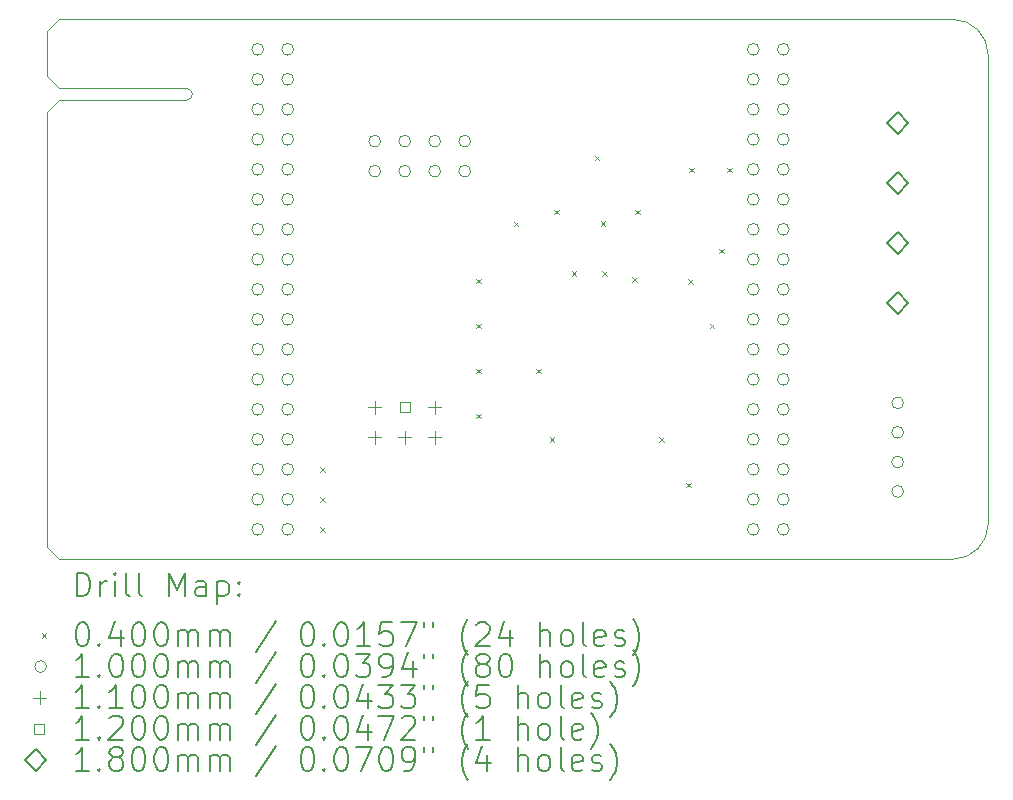
<source format=gbr>
%FSLAX45Y45*%
G04 Gerber Fmt 4.5, Leading zero omitted, Abs format (unit mm)*
G04 Created by KiCad (PCBNEW (6.0.5)) date 2023-02-06 04:07:20*
%MOMM*%
%LPD*%
G01*
G04 APERTURE LIST*
%TA.AperFunction,Profile*%
%ADD10C,0.100000*%
%TD*%
%ADD11C,0.200000*%
%ADD12C,0.040000*%
%ADD13C,0.100000*%
%ADD14C,0.110000*%
%ADD15C,0.120000*%
%ADD16C,0.180000*%
G04 APERTURE END LIST*
D10*
X8578520Y-6368250D02*
G75*
G03*
X8578520Y-6268250I0J50000D01*
G01*
X8578520Y-6368250D02*
X7499700Y-6368250D01*
X7499700Y-6268250D02*
X8578520Y-6268250D01*
X7398100Y-6469850D02*
X7398100Y-10152650D01*
X8305800Y-5684250D02*
X7499700Y-5684250D01*
X7398100Y-6166650D02*
X7499700Y-6268250D01*
X7810500Y-10254250D02*
X8394700Y-10254250D01*
X15067000Y-10254250D02*
G75*
G03*
X15367000Y-9954250I0J300000D01*
G01*
X7499700Y-6368250D02*
X7398100Y-6469850D01*
X8394700Y-10254250D02*
X15067000Y-10254250D01*
X7398100Y-10152650D02*
X7499700Y-10254250D01*
X15367000Y-5984250D02*
G75*
G03*
X15067000Y-5684250I-300000J0D01*
G01*
X7398100Y-5785850D02*
X7398100Y-6166650D01*
X15367000Y-9954250D02*
X15367000Y-5984250D01*
X7499700Y-10254250D02*
X7810500Y-10254250D01*
X7499700Y-5684250D02*
X7398100Y-5785850D01*
X8305800Y-5684250D02*
X15067000Y-5684250D01*
D11*
D12*
X9713280Y-9473250D02*
X9753280Y-9513250D01*
X9753280Y-9473250D02*
X9713280Y-9513250D01*
X9713280Y-9727250D02*
X9753280Y-9767250D01*
X9753280Y-9727250D02*
X9713280Y-9767250D01*
X9713280Y-9981250D02*
X9753280Y-10021250D01*
X9753280Y-9981250D02*
X9713280Y-10021250D01*
X11032200Y-7879400D02*
X11072200Y-7919400D01*
X11072200Y-7879400D02*
X11032200Y-7919400D01*
X11032200Y-8260000D02*
X11072200Y-8300000D01*
X11072200Y-8260000D02*
X11032200Y-8300000D01*
X11032200Y-8640000D02*
X11072200Y-8680000D01*
X11072200Y-8640000D02*
X11032200Y-8680000D01*
X11032200Y-9022400D02*
X11072200Y-9062400D01*
X11072200Y-9022400D02*
X11032200Y-9062400D01*
X11349040Y-7396800D02*
X11389040Y-7436800D01*
X11389040Y-7396800D02*
X11349040Y-7436800D01*
X11540200Y-8641400D02*
X11580200Y-8681400D01*
X11580200Y-8641400D02*
X11540200Y-8681400D01*
X11653840Y-9220520D02*
X11693840Y-9260520D01*
X11693840Y-9220520D02*
X11653840Y-9260520D01*
X11692600Y-7295200D02*
X11732600Y-7335200D01*
X11732600Y-7295200D02*
X11692600Y-7335200D01*
X11839920Y-7815900D02*
X11879920Y-7855900D01*
X11879920Y-7815900D02*
X11839920Y-7855900D01*
X12035500Y-6838000D02*
X12075500Y-6878000D01*
X12075500Y-6838000D02*
X12035500Y-6878000D01*
X12085640Y-7391720D02*
X12125640Y-7431720D01*
X12125640Y-7391720D02*
X12085640Y-7431720D01*
X12095800Y-7815900D02*
X12135800Y-7855900D01*
X12135800Y-7815900D02*
X12095800Y-7855900D01*
X12349800Y-7866700D02*
X12389800Y-7906700D01*
X12389800Y-7866700D02*
X12349800Y-7906700D01*
X12378400Y-7295200D02*
X12418400Y-7335200D01*
X12418400Y-7295200D02*
X12378400Y-7335200D01*
X12578400Y-9220520D02*
X12618400Y-9260520D01*
X12618400Y-9220520D02*
X12578400Y-9260520D01*
X12807000Y-9606600D02*
X12847000Y-9646600D01*
X12847000Y-9606600D02*
X12807000Y-9646600D01*
X12827320Y-7880650D02*
X12867320Y-7920650D01*
X12867320Y-7880650D02*
X12827320Y-7920650D01*
X12832400Y-6939600D02*
X12872400Y-6979600D01*
X12872400Y-6939600D02*
X12832400Y-6979600D01*
X13008651Y-8260400D02*
X13048651Y-8300400D01*
X13048651Y-8260400D02*
X13008651Y-8300400D01*
X13086400Y-7625400D02*
X13126400Y-7665400D01*
X13126400Y-7625400D02*
X13086400Y-7665400D01*
X13157520Y-6939600D02*
X13197520Y-6979600D01*
X13197520Y-6939600D02*
X13157520Y-6979600D01*
D13*
X9231600Y-5937250D02*
G75*
G03*
X9231600Y-5937250I-50000J0D01*
G01*
X9231600Y-6191250D02*
G75*
G03*
X9231600Y-6191250I-50000J0D01*
G01*
X9231600Y-6445250D02*
G75*
G03*
X9231600Y-6445250I-50000J0D01*
G01*
X9231600Y-6699250D02*
G75*
G03*
X9231600Y-6699250I-50000J0D01*
G01*
X9231600Y-6953250D02*
G75*
G03*
X9231600Y-6953250I-50000J0D01*
G01*
X9231600Y-7207250D02*
G75*
G03*
X9231600Y-7207250I-50000J0D01*
G01*
X9231600Y-7461250D02*
G75*
G03*
X9231600Y-7461250I-50000J0D01*
G01*
X9231600Y-7715250D02*
G75*
G03*
X9231600Y-7715250I-50000J0D01*
G01*
X9231600Y-7969250D02*
G75*
G03*
X9231600Y-7969250I-50000J0D01*
G01*
X9231600Y-8223250D02*
G75*
G03*
X9231600Y-8223250I-50000J0D01*
G01*
X9231600Y-8477250D02*
G75*
G03*
X9231600Y-8477250I-50000J0D01*
G01*
X9231600Y-8731250D02*
G75*
G03*
X9231600Y-8731250I-50000J0D01*
G01*
X9231600Y-8985250D02*
G75*
G03*
X9231600Y-8985250I-50000J0D01*
G01*
X9231600Y-9239250D02*
G75*
G03*
X9231600Y-9239250I-50000J0D01*
G01*
X9231600Y-9493250D02*
G75*
G03*
X9231600Y-9493250I-50000J0D01*
G01*
X9231600Y-9747250D02*
G75*
G03*
X9231600Y-9747250I-50000J0D01*
G01*
X9231600Y-10001250D02*
G75*
G03*
X9231600Y-10001250I-50000J0D01*
G01*
X9485600Y-5937250D02*
G75*
G03*
X9485600Y-5937250I-50000J0D01*
G01*
X9485600Y-6191250D02*
G75*
G03*
X9485600Y-6191250I-50000J0D01*
G01*
X9485600Y-6445250D02*
G75*
G03*
X9485600Y-6445250I-50000J0D01*
G01*
X9485600Y-6699250D02*
G75*
G03*
X9485600Y-6699250I-50000J0D01*
G01*
X9485600Y-6953250D02*
G75*
G03*
X9485600Y-6953250I-50000J0D01*
G01*
X9485600Y-7207250D02*
G75*
G03*
X9485600Y-7207250I-50000J0D01*
G01*
X9485600Y-7461250D02*
G75*
G03*
X9485600Y-7461250I-50000J0D01*
G01*
X9485600Y-7715250D02*
G75*
G03*
X9485600Y-7715250I-50000J0D01*
G01*
X9485600Y-7969250D02*
G75*
G03*
X9485600Y-7969250I-50000J0D01*
G01*
X9485600Y-8223250D02*
G75*
G03*
X9485600Y-8223250I-50000J0D01*
G01*
X9485600Y-8477250D02*
G75*
G03*
X9485600Y-8477250I-50000J0D01*
G01*
X9485600Y-8731250D02*
G75*
G03*
X9485600Y-8731250I-50000J0D01*
G01*
X9485600Y-8985250D02*
G75*
G03*
X9485600Y-8985250I-50000J0D01*
G01*
X9485600Y-9239250D02*
G75*
G03*
X9485600Y-9239250I-50000J0D01*
G01*
X9485600Y-9493250D02*
G75*
G03*
X9485600Y-9493250I-50000J0D01*
G01*
X9485600Y-9747250D02*
G75*
G03*
X9485600Y-9747250I-50000J0D01*
G01*
X9485600Y-10001250D02*
G75*
G03*
X9485600Y-10001250I-50000J0D01*
G01*
X10222200Y-6715000D02*
G75*
G03*
X10222200Y-6715000I-50000J0D01*
G01*
X10222200Y-6969000D02*
G75*
G03*
X10222200Y-6969000I-50000J0D01*
G01*
X10476200Y-6715000D02*
G75*
G03*
X10476200Y-6715000I-50000J0D01*
G01*
X10476200Y-6969000D02*
G75*
G03*
X10476200Y-6969000I-50000J0D01*
G01*
X10730200Y-6715000D02*
G75*
G03*
X10730200Y-6715000I-50000J0D01*
G01*
X10730200Y-6969000D02*
G75*
G03*
X10730200Y-6969000I-50000J0D01*
G01*
X10984200Y-6715000D02*
G75*
G03*
X10984200Y-6715000I-50000J0D01*
G01*
X10984200Y-6969000D02*
G75*
G03*
X10984200Y-6969000I-50000J0D01*
G01*
X13427100Y-5937250D02*
G75*
G03*
X13427100Y-5937250I-50000J0D01*
G01*
X13427100Y-6191250D02*
G75*
G03*
X13427100Y-6191250I-50000J0D01*
G01*
X13427100Y-6445250D02*
G75*
G03*
X13427100Y-6445250I-50000J0D01*
G01*
X13427100Y-6699250D02*
G75*
G03*
X13427100Y-6699250I-50000J0D01*
G01*
X13427100Y-6953250D02*
G75*
G03*
X13427100Y-6953250I-50000J0D01*
G01*
X13427100Y-7207250D02*
G75*
G03*
X13427100Y-7207250I-50000J0D01*
G01*
X13427100Y-7461250D02*
G75*
G03*
X13427100Y-7461250I-50000J0D01*
G01*
X13427100Y-7715250D02*
G75*
G03*
X13427100Y-7715250I-50000J0D01*
G01*
X13427100Y-7969250D02*
G75*
G03*
X13427100Y-7969250I-50000J0D01*
G01*
X13427100Y-8223250D02*
G75*
G03*
X13427100Y-8223250I-50000J0D01*
G01*
X13427100Y-8477250D02*
G75*
G03*
X13427100Y-8477250I-50000J0D01*
G01*
X13427100Y-8731250D02*
G75*
G03*
X13427100Y-8731250I-50000J0D01*
G01*
X13427100Y-8985250D02*
G75*
G03*
X13427100Y-8985250I-50000J0D01*
G01*
X13427100Y-9239250D02*
G75*
G03*
X13427100Y-9239250I-50000J0D01*
G01*
X13427100Y-9493250D02*
G75*
G03*
X13427100Y-9493250I-50000J0D01*
G01*
X13427100Y-9747250D02*
G75*
G03*
X13427100Y-9747250I-50000J0D01*
G01*
X13427100Y-10001250D02*
G75*
G03*
X13427100Y-10001250I-50000J0D01*
G01*
X13681100Y-5937250D02*
G75*
G03*
X13681100Y-5937250I-50000J0D01*
G01*
X13681100Y-6191250D02*
G75*
G03*
X13681100Y-6191250I-50000J0D01*
G01*
X13681100Y-6445250D02*
G75*
G03*
X13681100Y-6445250I-50000J0D01*
G01*
X13681100Y-6699250D02*
G75*
G03*
X13681100Y-6699250I-50000J0D01*
G01*
X13681100Y-6953250D02*
G75*
G03*
X13681100Y-6953250I-50000J0D01*
G01*
X13681100Y-7207250D02*
G75*
G03*
X13681100Y-7207250I-50000J0D01*
G01*
X13681100Y-7461250D02*
G75*
G03*
X13681100Y-7461250I-50000J0D01*
G01*
X13681100Y-7715250D02*
G75*
G03*
X13681100Y-7715250I-50000J0D01*
G01*
X13681100Y-7969250D02*
G75*
G03*
X13681100Y-7969250I-50000J0D01*
G01*
X13681100Y-8223250D02*
G75*
G03*
X13681100Y-8223250I-50000J0D01*
G01*
X13681100Y-8477250D02*
G75*
G03*
X13681100Y-8477250I-50000J0D01*
G01*
X13681100Y-8731250D02*
G75*
G03*
X13681100Y-8731250I-50000J0D01*
G01*
X13681100Y-8985250D02*
G75*
G03*
X13681100Y-8985250I-50000J0D01*
G01*
X13681100Y-9239250D02*
G75*
G03*
X13681100Y-9239250I-50000J0D01*
G01*
X13681100Y-9493250D02*
G75*
G03*
X13681100Y-9493250I-50000J0D01*
G01*
X13681100Y-9747250D02*
G75*
G03*
X13681100Y-9747250I-50000J0D01*
G01*
X13681100Y-10001250D02*
G75*
G03*
X13681100Y-10001250I-50000J0D01*
G01*
X14650000Y-8930750D02*
G75*
G03*
X14650000Y-8930750I-50000J0D01*
G01*
X14650000Y-9180750D02*
G75*
G03*
X14650000Y-9180750I-50000J0D01*
G01*
X14650000Y-9430750D02*
G75*
G03*
X14650000Y-9430750I-50000J0D01*
G01*
X14650000Y-9680750D02*
G75*
G03*
X14650000Y-9680750I-50000J0D01*
G01*
D14*
X10172200Y-8914250D02*
X10172200Y-9024250D01*
X10117200Y-8969250D02*
X10227200Y-8969250D01*
X10172200Y-9168250D02*
X10172200Y-9278250D01*
X10117200Y-9223250D02*
X10227200Y-9223250D01*
X10426200Y-9168250D02*
X10426200Y-9278250D01*
X10371200Y-9223250D02*
X10481200Y-9223250D01*
X10680200Y-8914250D02*
X10680200Y-9024250D01*
X10625200Y-8969250D02*
X10735200Y-8969250D01*
X10680200Y-9168250D02*
X10680200Y-9278250D01*
X10625200Y-9223250D02*
X10735200Y-9223250D01*
D15*
X10468627Y-9011677D02*
X10468627Y-8926823D01*
X10383773Y-8926823D01*
X10383773Y-9011677D01*
X10468627Y-9011677D01*
D16*
X14600000Y-6651550D02*
X14690000Y-6561550D01*
X14600000Y-6471550D01*
X14510000Y-6561550D01*
X14600000Y-6651550D01*
X14600000Y-7159550D02*
X14690000Y-7069550D01*
X14600000Y-6979550D01*
X14510000Y-7069550D01*
X14600000Y-7159550D01*
X14600000Y-7667550D02*
X14690000Y-7577550D01*
X14600000Y-7487550D01*
X14510000Y-7577550D01*
X14600000Y-7667550D01*
X14600000Y-8175550D02*
X14690000Y-8085550D01*
X14600000Y-7995550D01*
X14510000Y-8085550D01*
X14600000Y-8175550D01*
D11*
X7650719Y-10569726D02*
X7650719Y-10369726D01*
X7698338Y-10369726D01*
X7726909Y-10379250D01*
X7745957Y-10398298D01*
X7755481Y-10417345D01*
X7765005Y-10455440D01*
X7765005Y-10484012D01*
X7755481Y-10522107D01*
X7745957Y-10541155D01*
X7726909Y-10560202D01*
X7698338Y-10569726D01*
X7650719Y-10569726D01*
X7850719Y-10569726D02*
X7850719Y-10436393D01*
X7850719Y-10474488D02*
X7860243Y-10455440D01*
X7869767Y-10445917D01*
X7888814Y-10436393D01*
X7907862Y-10436393D01*
X7974528Y-10569726D02*
X7974528Y-10436393D01*
X7974528Y-10369726D02*
X7965005Y-10379250D01*
X7974528Y-10388774D01*
X7984052Y-10379250D01*
X7974528Y-10369726D01*
X7974528Y-10388774D01*
X8098338Y-10569726D02*
X8079290Y-10560202D01*
X8069767Y-10541155D01*
X8069767Y-10369726D01*
X8203100Y-10569726D02*
X8184052Y-10560202D01*
X8174528Y-10541155D01*
X8174528Y-10369726D01*
X8431671Y-10569726D02*
X8431671Y-10369726D01*
X8498338Y-10512583D01*
X8565005Y-10369726D01*
X8565005Y-10569726D01*
X8745957Y-10569726D02*
X8745957Y-10464964D01*
X8736433Y-10445917D01*
X8717386Y-10436393D01*
X8679290Y-10436393D01*
X8660243Y-10445917D01*
X8745957Y-10560202D02*
X8726910Y-10569726D01*
X8679290Y-10569726D01*
X8660243Y-10560202D01*
X8650719Y-10541155D01*
X8650719Y-10522107D01*
X8660243Y-10503060D01*
X8679290Y-10493536D01*
X8726910Y-10493536D01*
X8745957Y-10484012D01*
X8841195Y-10436393D02*
X8841195Y-10636393D01*
X8841195Y-10445917D02*
X8860243Y-10436393D01*
X8898338Y-10436393D01*
X8917386Y-10445917D01*
X8926910Y-10455440D01*
X8936433Y-10474488D01*
X8936433Y-10531631D01*
X8926910Y-10550679D01*
X8917386Y-10560202D01*
X8898338Y-10569726D01*
X8860243Y-10569726D01*
X8841195Y-10560202D01*
X9022148Y-10550679D02*
X9031671Y-10560202D01*
X9022148Y-10569726D01*
X9012624Y-10560202D01*
X9022148Y-10550679D01*
X9022148Y-10569726D01*
X9022148Y-10445917D02*
X9031671Y-10455440D01*
X9022148Y-10464964D01*
X9012624Y-10455440D01*
X9022148Y-10445917D01*
X9022148Y-10464964D01*
D12*
X7353100Y-10879250D02*
X7393100Y-10919250D01*
X7393100Y-10879250D02*
X7353100Y-10919250D01*
D11*
X7688814Y-10789726D02*
X7707862Y-10789726D01*
X7726909Y-10799250D01*
X7736433Y-10808774D01*
X7745957Y-10827821D01*
X7755481Y-10865917D01*
X7755481Y-10913536D01*
X7745957Y-10951631D01*
X7736433Y-10970679D01*
X7726909Y-10980202D01*
X7707862Y-10989726D01*
X7688814Y-10989726D01*
X7669767Y-10980202D01*
X7660243Y-10970679D01*
X7650719Y-10951631D01*
X7641195Y-10913536D01*
X7641195Y-10865917D01*
X7650719Y-10827821D01*
X7660243Y-10808774D01*
X7669767Y-10799250D01*
X7688814Y-10789726D01*
X7841195Y-10970679D02*
X7850719Y-10980202D01*
X7841195Y-10989726D01*
X7831671Y-10980202D01*
X7841195Y-10970679D01*
X7841195Y-10989726D01*
X8022148Y-10856393D02*
X8022148Y-10989726D01*
X7974528Y-10780202D02*
X7926909Y-10923060D01*
X8050719Y-10923060D01*
X8165005Y-10789726D02*
X8184052Y-10789726D01*
X8203100Y-10799250D01*
X8212624Y-10808774D01*
X8222148Y-10827821D01*
X8231671Y-10865917D01*
X8231671Y-10913536D01*
X8222148Y-10951631D01*
X8212624Y-10970679D01*
X8203100Y-10980202D01*
X8184052Y-10989726D01*
X8165005Y-10989726D01*
X8145957Y-10980202D01*
X8136433Y-10970679D01*
X8126909Y-10951631D01*
X8117386Y-10913536D01*
X8117386Y-10865917D01*
X8126909Y-10827821D01*
X8136433Y-10808774D01*
X8145957Y-10799250D01*
X8165005Y-10789726D01*
X8355481Y-10789726D02*
X8374528Y-10789726D01*
X8393576Y-10799250D01*
X8403100Y-10808774D01*
X8412624Y-10827821D01*
X8422148Y-10865917D01*
X8422148Y-10913536D01*
X8412624Y-10951631D01*
X8403100Y-10970679D01*
X8393576Y-10980202D01*
X8374528Y-10989726D01*
X8355481Y-10989726D01*
X8336433Y-10980202D01*
X8326909Y-10970679D01*
X8317386Y-10951631D01*
X8307862Y-10913536D01*
X8307862Y-10865917D01*
X8317386Y-10827821D01*
X8326909Y-10808774D01*
X8336433Y-10799250D01*
X8355481Y-10789726D01*
X8507862Y-10989726D02*
X8507862Y-10856393D01*
X8507862Y-10875440D02*
X8517386Y-10865917D01*
X8536433Y-10856393D01*
X8565005Y-10856393D01*
X8584052Y-10865917D01*
X8593576Y-10884964D01*
X8593576Y-10989726D01*
X8593576Y-10884964D02*
X8603100Y-10865917D01*
X8622148Y-10856393D01*
X8650719Y-10856393D01*
X8669767Y-10865917D01*
X8679290Y-10884964D01*
X8679290Y-10989726D01*
X8774529Y-10989726D02*
X8774529Y-10856393D01*
X8774529Y-10875440D02*
X8784052Y-10865917D01*
X8803100Y-10856393D01*
X8831671Y-10856393D01*
X8850719Y-10865917D01*
X8860243Y-10884964D01*
X8860243Y-10989726D01*
X8860243Y-10884964D02*
X8869767Y-10865917D01*
X8888814Y-10856393D01*
X8917386Y-10856393D01*
X8936433Y-10865917D01*
X8945957Y-10884964D01*
X8945957Y-10989726D01*
X9336433Y-10780202D02*
X9165005Y-11037345D01*
X9593576Y-10789726D02*
X9612624Y-10789726D01*
X9631671Y-10799250D01*
X9641195Y-10808774D01*
X9650719Y-10827821D01*
X9660243Y-10865917D01*
X9660243Y-10913536D01*
X9650719Y-10951631D01*
X9641195Y-10970679D01*
X9631671Y-10980202D01*
X9612624Y-10989726D01*
X9593576Y-10989726D01*
X9574529Y-10980202D01*
X9565005Y-10970679D01*
X9555481Y-10951631D01*
X9545957Y-10913536D01*
X9545957Y-10865917D01*
X9555481Y-10827821D01*
X9565005Y-10808774D01*
X9574529Y-10799250D01*
X9593576Y-10789726D01*
X9745957Y-10970679D02*
X9755481Y-10980202D01*
X9745957Y-10989726D01*
X9736433Y-10980202D01*
X9745957Y-10970679D01*
X9745957Y-10989726D01*
X9879290Y-10789726D02*
X9898338Y-10789726D01*
X9917386Y-10799250D01*
X9926910Y-10808774D01*
X9936433Y-10827821D01*
X9945957Y-10865917D01*
X9945957Y-10913536D01*
X9936433Y-10951631D01*
X9926910Y-10970679D01*
X9917386Y-10980202D01*
X9898338Y-10989726D01*
X9879290Y-10989726D01*
X9860243Y-10980202D01*
X9850719Y-10970679D01*
X9841195Y-10951631D01*
X9831671Y-10913536D01*
X9831671Y-10865917D01*
X9841195Y-10827821D01*
X9850719Y-10808774D01*
X9860243Y-10799250D01*
X9879290Y-10789726D01*
X10136433Y-10989726D02*
X10022148Y-10989726D01*
X10079290Y-10989726D02*
X10079290Y-10789726D01*
X10060243Y-10818298D01*
X10041195Y-10837345D01*
X10022148Y-10846869D01*
X10317386Y-10789726D02*
X10222148Y-10789726D01*
X10212624Y-10884964D01*
X10222148Y-10875440D01*
X10241195Y-10865917D01*
X10288814Y-10865917D01*
X10307862Y-10875440D01*
X10317386Y-10884964D01*
X10326910Y-10904012D01*
X10326910Y-10951631D01*
X10317386Y-10970679D01*
X10307862Y-10980202D01*
X10288814Y-10989726D01*
X10241195Y-10989726D01*
X10222148Y-10980202D01*
X10212624Y-10970679D01*
X10393576Y-10789726D02*
X10526910Y-10789726D01*
X10441195Y-10989726D01*
X10593576Y-10789726D02*
X10593576Y-10827821D01*
X10669767Y-10789726D02*
X10669767Y-10827821D01*
X10965005Y-11065917D02*
X10955481Y-11056393D01*
X10936433Y-11027821D01*
X10926910Y-11008774D01*
X10917386Y-10980202D01*
X10907862Y-10932583D01*
X10907862Y-10894488D01*
X10917386Y-10846869D01*
X10926910Y-10818298D01*
X10936433Y-10799250D01*
X10955481Y-10770679D01*
X10965005Y-10761155D01*
X11031671Y-10808774D02*
X11041195Y-10799250D01*
X11060243Y-10789726D01*
X11107862Y-10789726D01*
X11126910Y-10799250D01*
X11136433Y-10808774D01*
X11145957Y-10827821D01*
X11145957Y-10846869D01*
X11136433Y-10875440D01*
X11022148Y-10989726D01*
X11145957Y-10989726D01*
X11317386Y-10856393D02*
X11317386Y-10989726D01*
X11269767Y-10780202D02*
X11222148Y-10923060D01*
X11345957Y-10923060D01*
X11574528Y-10989726D02*
X11574528Y-10789726D01*
X11660243Y-10989726D02*
X11660243Y-10884964D01*
X11650719Y-10865917D01*
X11631671Y-10856393D01*
X11603100Y-10856393D01*
X11584052Y-10865917D01*
X11574528Y-10875440D01*
X11784052Y-10989726D02*
X11765005Y-10980202D01*
X11755481Y-10970679D01*
X11745957Y-10951631D01*
X11745957Y-10894488D01*
X11755481Y-10875440D01*
X11765005Y-10865917D01*
X11784052Y-10856393D01*
X11812624Y-10856393D01*
X11831671Y-10865917D01*
X11841195Y-10875440D01*
X11850719Y-10894488D01*
X11850719Y-10951631D01*
X11841195Y-10970679D01*
X11831671Y-10980202D01*
X11812624Y-10989726D01*
X11784052Y-10989726D01*
X11965005Y-10989726D02*
X11945957Y-10980202D01*
X11936433Y-10961155D01*
X11936433Y-10789726D01*
X12117386Y-10980202D02*
X12098338Y-10989726D01*
X12060243Y-10989726D01*
X12041195Y-10980202D01*
X12031671Y-10961155D01*
X12031671Y-10884964D01*
X12041195Y-10865917D01*
X12060243Y-10856393D01*
X12098338Y-10856393D01*
X12117386Y-10865917D01*
X12126909Y-10884964D01*
X12126909Y-10904012D01*
X12031671Y-10923060D01*
X12203100Y-10980202D02*
X12222148Y-10989726D01*
X12260243Y-10989726D01*
X12279290Y-10980202D01*
X12288814Y-10961155D01*
X12288814Y-10951631D01*
X12279290Y-10932583D01*
X12260243Y-10923060D01*
X12231671Y-10923060D01*
X12212624Y-10913536D01*
X12203100Y-10894488D01*
X12203100Y-10884964D01*
X12212624Y-10865917D01*
X12231671Y-10856393D01*
X12260243Y-10856393D01*
X12279290Y-10865917D01*
X12355481Y-11065917D02*
X12365005Y-11056393D01*
X12384052Y-11027821D01*
X12393576Y-11008774D01*
X12403100Y-10980202D01*
X12412624Y-10932583D01*
X12412624Y-10894488D01*
X12403100Y-10846869D01*
X12393576Y-10818298D01*
X12384052Y-10799250D01*
X12365005Y-10770679D01*
X12355481Y-10761155D01*
D13*
X7393100Y-11163250D02*
G75*
G03*
X7393100Y-11163250I-50000J0D01*
G01*
D11*
X7755481Y-11253726D02*
X7641195Y-11253726D01*
X7698338Y-11253726D02*
X7698338Y-11053726D01*
X7679290Y-11082298D01*
X7660243Y-11101345D01*
X7641195Y-11110869D01*
X7841195Y-11234678D02*
X7850719Y-11244202D01*
X7841195Y-11253726D01*
X7831671Y-11244202D01*
X7841195Y-11234678D01*
X7841195Y-11253726D01*
X7974528Y-11053726D02*
X7993576Y-11053726D01*
X8012624Y-11063250D01*
X8022148Y-11072774D01*
X8031671Y-11091821D01*
X8041195Y-11129917D01*
X8041195Y-11177536D01*
X8031671Y-11215631D01*
X8022148Y-11234678D01*
X8012624Y-11244202D01*
X7993576Y-11253726D01*
X7974528Y-11253726D01*
X7955481Y-11244202D01*
X7945957Y-11234678D01*
X7936433Y-11215631D01*
X7926909Y-11177536D01*
X7926909Y-11129917D01*
X7936433Y-11091821D01*
X7945957Y-11072774D01*
X7955481Y-11063250D01*
X7974528Y-11053726D01*
X8165005Y-11053726D02*
X8184052Y-11053726D01*
X8203100Y-11063250D01*
X8212624Y-11072774D01*
X8222148Y-11091821D01*
X8231671Y-11129917D01*
X8231671Y-11177536D01*
X8222148Y-11215631D01*
X8212624Y-11234678D01*
X8203100Y-11244202D01*
X8184052Y-11253726D01*
X8165005Y-11253726D01*
X8145957Y-11244202D01*
X8136433Y-11234678D01*
X8126909Y-11215631D01*
X8117386Y-11177536D01*
X8117386Y-11129917D01*
X8126909Y-11091821D01*
X8136433Y-11072774D01*
X8145957Y-11063250D01*
X8165005Y-11053726D01*
X8355481Y-11053726D02*
X8374528Y-11053726D01*
X8393576Y-11063250D01*
X8403100Y-11072774D01*
X8412624Y-11091821D01*
X8422148Y-11129917D01*
X8422148Y-11177536D01*
X8412624Y-11215631D01*
X8403100Y-11234678D01*
X8393576Y-11244202D01*
X8374528Y-11253726D01*
X8355481Y-11253726D01*
X8336433Y-11244202D01*
X8326909Y-11234678D01*
X8317386Y-11215631D01*
X8307862Y-11177536D01*
X8307862Y-11129917D01*
X8317386Y-11091821D01*
X8326909Y-11072774D01*
X8336433Y-11063250D01*
X8355481Y-11053726D01*
X8507862Y-11253726D02*
X8507862Y-11120393D01*
X8507862Y-11139440D02*
X8517386Y-11129917D01*
X8536433Y-11120393D01*
X8565005Y-11120393D01*
X8584052Y-11129917D01*
X8593576Y-11148964D01*
X8593576Y-11253726D01*
X8593576Y-11148964D02*
X8603100Y-11129917D01*
X8622148Y-11120393D01*
X8650719Y-11120393D01*
X8669767Y-11129917D01*
X8679290Y-11148964D01*
X8679290Y-11253726D01*
X8774529Y-11253726D02*
X8774529Y-11120393D01*
X8774529Y-11139440D02*
X8784052Y-11129917D01*
X8803100Y-11120393D01*
X8831671Y-11120393D01*
X8850719Y-11129917D01*
X8860243Y-11148964D01*
X8860243Y-11253726D01*
X8860243Y-11148964D02*
X8869767Y-11129917D01*
X8888814Y-11120393D01*
X8917386Y-11120393D01*
X8936433Y-11129917D01*
X8945957Y-11148964D01*
X8945957Y-11253726D01*
X9336433Y-11044202D02*
X9165005Y-11301345D01*
X9593576Y-11053726D02*
X9612624Y-11053726D01*
X9631671Y-11063250D01*
X9641195Y-11072774D01*
X9650719Y-11091821D01*
X9660243Y-11129917D01*
X9660243Y-11177536D01*
X9650719Y-11215631D01*
X9641195Y-11234678D01*
X9631671Y-11244202D01*
X9612624Y-11253726D01*
X9593576Y-11253726D01*
X9574529Y-11244202D01*
X9565005Y-11234678D01*
X9555481Y-11215631D01*
X9545957Y-11177536D01*
X9545957Y-11129917D01*
X9555481Y-11091821D01*
X9565005Y-11072774D01*
X9574529Y-11063250D01*
X9593576Y-11053726D01*
X9745957Y-11234678D02*
X9755481Y-11244202D01*
X9745957Y-11253726D01*
X9736433Y-11244202D01*
X9745957Y-11234678D01*
X9745957Y-11253726D01*
X9879290Y-11053726D02*
X9898338Y-11053726D01*
X9917386Y-11063250D01*
X9926910Y-11072774D01*
X9936433Y-11091821D01*
X9945957Y-11129917D01*
X9945957Y-11177536D01*
X9936433Y-11215631D01*
X9926910Y-11234678D01*
X9917386Y-11244202D01*
X9898338Y-11253726D01*
X9879290Y-11253726D01*
X9860243Y-11244202D01*
X9850719Y-11234678D01*
X9841195Y-11215631D01*
X9831671Y-11177536D01*
X9831671Y-11129917D01*
X9841195Y-11091821D01*
X9850719Y-11072774D01*
X9860243Y-11063250D01*
X9879290Y-11053726D01*
X10012624Y-11053726D02*
X10136433Y-11053726D01*
X10069767Y-11129917D01*
X10098338Y-11129917D01*
X10117386Y-11139440D01*
X10126910Y-11148964D01*
X10136433Y-11168012D01*
X10136433Y-11215631D01*
X10126910Y-11234678D01*
X10117386Y-11244202D01*
X10098338Y-11253726D01*
X10041195Y-11253726D01*
X10022148Y-11244202D01*
X10012624Y-11234678D01*
X10231671Y-11253726D02*
X10269767Y-11253726D01*
X10288814Y-11244202D01*
X10298338Y-11234678D01*
X10317386Y-11206107D01*
X10326910Y-11168012D01*
X10326910Y-11091821D01*
X10317386Y-11072774D01*
X10307862Y-11063250D01*
X10288814Y-11053726D01*
X10250719Y-11053726D01*
X10231671Y-11063250D01*
X10222148Y-11072774D01*
X10212624Y-11091821D01*
X10212624Y-11139440D01*
X10222148Y-11158488D01*
X10231671Y-11168012D01*
X10250719Y-11177536D01*
X10288814Y-11177536D01*
X10307862Y-11168012D01*
X10317386Y-11158488D01*
X10326910Y-11139440D01*
X10498338Y-11120393D02*
X10498338Y-11253726D01*
X10450719Y-11044202D02*
X10403100Y-11187059D01*
X10526910Y-11187059D01*
X10593576Y-11053726D02*
X10593576Y-11091821D01*
X10669767Y-11053726D02*
X10669767Y-11091821D01*
X10965005Y-11329917D02*
X10955481Y-11320393D01*
X10936433Y-11291821D01*
X10926910Y-11272774D01*
X10917386Y-11244202D01*
X10907862Y-11196583D01*
X10907862Y-11158488D01*
X10917386Y-11110869D01*
X10926910Y-11082298D01*
X10936433Y-11063250D01*
X10955481Y-11034679D01*
X10965005Y-11025155D01*
X11069767Y-11139440D02*
X11050719Y-11129917D01*
X11041195Y-11120393D01*
X11031671Y-11101345D01*
X11031671Y-11091821D01*
X11041195Y-11072774D01*
X11050719Y-11063250D01*
X11069767Y-11053726D01*
X11107862Y-11053726D01*
X11126910Y-11063250D01*
X11136433Y-11072774D01*
X11145957Y-11091821D01*
X11145957Y-11101345D01*
X11136433Y-11120393D01*
X11126910Y-11129917D01*
X11107862Y-11139440D01*
X11069767Y-11139440D01*
X11050719Y-11148964D01*
X11041195Y-11158488D01*
X11031671Y-11177536D01*
X11031671Y-11215631D01*
X11041195Y-11234678D01*
X11050719Y-11244202D01*
X11069767Y-11253726D01*
X11107862Y-11253726D01*
X11126910Y-11244202D01*
X11136433Y-11234678D01*
X11145957Y-11215631D01*
X11145957Y-11177536D01*
X11136433Y-11158488D01*
X11126910Y-11148964D01*
X11107862Y-11139440D01*
X11269767Y-11053726D02*
X11288814Y-11053726D01*
X11307862Y-11063250D01*
X11317386Y-11072774D01*
X11326909Y-11091821D01*
X11336433Y-11129917D01*
X11336433Y-11177536D01*
X11326909Y-11215631D01*
X11317386Y-11234678D01*
X11307862Y-11244202D01*
X11288814Y-11253726D01*
X11269767Y-11253726D01*
X11250719Y-11244202D01*
X11241195Y-11234678D01*
X11231671Y-11215631D01*
X11222148Y-11177536D01*
X11222148Y-11129917D01*
X11231671Y-11091821D01*
X11241195Y-11072774D01*
X11250719Y-11063250D01*
X11269767Y-11053726D01*
X11574528Y-11253726D02*
X11574528Y-11053726D01*
X11660243Y-11253726D02*
X11660243Y-11148964D01*
X11650719Y-11129917D01*
X11631671Y-11120393D01*
X11603100Y-11120393D01*
X11584052Y-11129917D01*
X11574528Y-11139440D01*
X11784052Y-11253726D02*
X11765005Y-11244202D01*
X11755481Y-11234678D01*
X11745957Y-11215631D01*
X11745957Y-11158488D01*
X11755481Y-11139440D01*
X11765005Y-11129917D01*
X11784052Y-11120393D01*
X11812624Y-11120393D01*
X11831671Y-11129917D01*
X11841195Y-11139440D01*
X11850719Y-11158488D01*
X11850719Y-11215631D01*
X11841195Y-11234678D01*
X11831671Y-11244202D01*
X11812624Y-11253726D01*
X11784052Y-11253726D01*
X11965005Y-11253726D02*
X11945957Y-11244202D01*
X11936433Y-11225155D01*
X11936433Y-11053726D01*
X12117386Y-11244202D02*
X12098338Y-11253726D01*
X12060243Y-11253726D01*
X12041195Y-11244202D01*
X12031671Y-11225155D01*
X12031671Y-11148964D01*
X12041195Y-11129917D01*
X12060243Y-11120393D01*
X12098338Y-11120393D01*
X12117386Y-11129917D01*
X12126909Y-11148964D01*
X12126909Y-11168012D01*
X12031671Y-11187059D01*
X12203100Y-11244202D02*
X12222148Y-11253726D01*
X12260243Y-11253726D01*
X12279290Y-11244202D01*
X12288814Y-11225155D01*
X12288814Y-11215631D01*
X12279290Y-11196583D01*
X12260243Y-11187059D01*
X12231671Y-11187059D01*
X12212624Y-11177536D01*
X12203100Y-11158488D01*
X12203100Y-11148964D01*
X12212624Y-11129917D01*
X12231671Y-11120393D01*
X12260243Y-11120393D01*
X12279290Y-11129917D01*
X12355481Y-11329917D02*
X12365005Y-11320393D01*
X12384052Y-11291821D01*
X12393576Y-11272774D01*
X12403100Y-11244202D01*
X12412624Y-11196583D01*
X12412624Y-11158488D01*
X12403100Y-11110869D01*
X12393576Y-11082298D01*
X12384052Y-11063250D01*
X12365005Y-11034679D01*
X12355481Y-11025155D01*
D14*
X7338100Y-11372250D02*
X7338100Y-11482250D01*
X7283100Y-11427250D02*
X7393100Y-11427250D01*
D11*
X7755481Y-11517726D02*
X7641195Y-11517726D01*
X7698338Y-11517726D02*
X7698338Y-11317726D01*
X7679290Y-11346298D01*
X7660243Y-11365345D01*
X7641195Y-11374869D01*
X7841195Y-11498678D02*
X7850719Y-11508202D01*
X7841195Y-11517726D01*
X7831671Y-11508202D01*
X7841195Y-11498678D01*
X7841195Y-11517726D01*
X8041195Y-11517726D02*
X7926909Y-11517726D01*
X7984052Y-11517726D02*
X7984052Y-11317726D01*
X7965005Y-11346298D01*
X7945957Y-11365345D01*
X7926909Y-11374869D01*
X8165005Y-11317726D02*
X8184052Y-11317726D01*
X8203100Y-11327250D01*
X8212624Y-11336774D01*
X8222148Y-11355821D01*
X8231671Y-11393917D01*
X8231671Y-11441536D01*
X8222148Y-11479631D01*
X8212624Y-11498678D01*
X8203100Y-11508202D01*
X8184052Y-11517726D01*
X8165005Y-11517726D01*
X8145957Y-11508202D01*
X8136433Y-11498678D01*
X8126909Y-11479631D01*
X8117386Y-11441536D01*
X8117386Y-11393917D01*
X8126909Y-11355821D01*
X8136433Y-11336774D01*
X8145957Y-11327250D01*
X8165005Y-11317726D01*
X8355481Y-11317726D02*
X8374528Y-11317726D01*
X8393576Y-11327250D01*
X8403100Y-11336774D01*
X8412624Y-11355821D01*
X8422148Y-11393917D01*
X8422148Y-11441536D01*
X8412624Y-11479631D01*
X8403100Y-11498678D01*
X8393576Y-11508202D01*
X8374528Y-11517726D01*
X8355481Y-11517726D01*
X8336433Y-11508202D01*
X8326909Y-11498678D01*
X8317386Y-11479631D01*
X8307862Y-11441536D01*
X8307862Y-11393917D01*
X8317386Y-11355821D01*
X8326909Y-11336774D01*
X8336433Y-11327250D01*
X8355481Y-11317726D01*
X8507862Y-11517726D02*
X8507862Y-11384393D01*
X8507862Y-11403440D02*
X8517386Y-11393917D01*
X8536433Y-11384393D01*
X8565005Y-11384393D01*
X8584052Y-11393917D01*
X8593576Y-11412964D01*
X8593576Y-11517726D01*
X8593576Y-11412964D02*
X8603100Y-11393917D01*
X8622148Y-11384393D01*
X8650719Y-11384393D01*
X8669767Y-11393917D01*
X8679290Y-11412964D01*
X8679290Y-11517726D01*
X8774529Y-11517726D02*
X8774529Y-11384393D01*
X8774529Y-11403440D02*
X8784052Y-11393917D01*
X8803100Y-11384393D01*
X8831671Y-11384393D01*
X8850719Y-11393917D01*
X8860243Y-11412964D01*
X8860243Y-11517726D01*
X8860243Y-11412964D02*
X8869767Y-11393917D01*
X8888814Y-11384393D01*
X8917386Y-11384393D01*
X8936433Y-11393917D01*
X8945957Y-11412964D01*
X8945957Y-11517726D01*
X9336433Y-11308202D02*
X9165005Y-11565345D01*
X9593576Y-11317726D02*
X9612624Y-11317726D01*
X9631671Y-11327250D01*
X9641195Y-11336774D01*
X9650719Y-11355821D01*
X9660243Y-11393917D01*
X9660243Y-11441536D01*
X9650719Y-11479631D01*
X9641195Y-11498678D01*
X9631671Y-11508202D01*
X9612624Y-11517726D01*
X9593576Y-11517726D01*
X9574529Y-11508202D01*
X9565005Y-11498678D01*
X9555481Y-11479631D01*
X9545957Y-11441536D01*
X9545957Y-11393917D01*
X9555481Y-11355821D01*
X9565005Y-11336774D01*
X9574529Y-11327250D01*
X9593576Y-11317726D01*
X9745957Y-11498678D02*
X9755481Y-11508202D01*
X9745957Y-11517726D01*
X9736433Y-11508202D01*
X9745957Y-11498678D01*
X9745957Y-11517726D01*
X9879290Y-11317726D02*
X9898338Y-11317726D01*
X9917386Y-11327250D01*
X9926910Y-11336774D01*
X9936433Y-11355821D01*
X9945957Y-11393917D01*
X9945957Y-11441536D01*
X9936433Y-11479631D01*
X9926910Y-11498678D01*
X9917386Y-11508202D01*
X9898338Y-11517726D01*
X9879290Y-11517726D01*
X9860243Y-11508202D01*
X9850719Y-11498678D01*
X9841195Y-11479631D01*
X9831671Y-11441536D01*
X9831671Y-11393917D01*
X9841195Y-11355821D01*
X9850719Y-11336774D01*
X9860243Y-11327250D01*
X9879290Y-11317726D01*
X10117386Y-11384393D02*
X10117386Y-11517726D01*
X10069767Y-11308202D02*
X10022148Y-11451059D01*
X10145957Y-11451059D01*
X10203100Y-11317726D02*
X10326910Y-11317726D01*
X10260243Y-11393917D01*
X10288814Y-11393917D01*
X10307862Y-11403440D01*
X10317386Y-11412964D01*
X10326910Y-11432012D01*
X10326910Y-11479631D01*
X10317386Y-11498678D01*
X10307862Y-11508202D01*
X10288814Y-11517726D01*
X10231671Y-11517726D01*
X10212624Y-11508202D01*
X10203100Y-11498678D01*
X10393576Y-11317726D02*
X10517386Y-11317726D01*
X10450719Y-11393917D01*
X10479290Y-11393917D01*
X10498338Y-11403440D01*
X10507862Y-11412964D01*
X10517386Y-11432012D01*
X10517386Y-11479631D01*
X10507862Y-11498678D01*
X10498338Y-11508202D01*
X10479290Y-11517726D01*
X10422148Y-11517726D01*
X10403100Y-11508202D01*
X10393576Y-11498678D01*
X10593576Y-11317726D02*
X10593576Y-11355821D01*
X10669767Y-11317726D02*
X10669767Y-11355821D01*
X10965005Y-11593917D02*
X10955481Y-11584393D01*
X10936433Y-11555821D01*
X10926910Y-11536774D01*
X10917386Y-11508202D01*
X10907862Y-11460583D01*
X10907862Y-11422488D01*
X10917386Y-11374869D01*
X10926910Y-11346298D01*
X10936433Y-11327250D01*
X10955481Y-11298678D01*
X10965005Y-11289155D01*
X11136433Y-11317726D02*
X11041195Y-11317726D01*
X11031671Y-11412964D01*
X11041195Y-11403440D01*
X11060243Y-11393917D01*
X11107862Y-11393917D01*
X11126910Y-11403440D01*
X11136433Y-11412964D01*
X11145957Y-11432012D01*
X11145957Y-11479631D01*
X11136433Y-11498678D01*
X11126910Y-11508202D01*
X11107862Y-11517726D01*
X11060243Y-11517726D01*
X11041195Y-11508202D01*
X11031671Y-11498678D01*
X11384052Y-11517726D02*
X11384052Y-11317726D01*
X11469767Y-11517726D02*
X11469767Y-11412964D01*
X11460243Y-11393917D01*
X11441195Y-11384393D01*
X11412624Y-11384393D01*
X11393576Y-11393917D01*
X11384052Y-11403440D01*
X11593576Y-11517726D02*
X11574528Y-11508202D01*
X11565005Y-11498678D01*
X11555481Y-11479631D01*
X11555481Y-11422488D01*
X11565005Y-11403440D01*
X11574528Y-11393917D01*
X11593576Y-11384393D01*
X11622148Y-11384393D01*
X11641195Y-11393917D01*
X11650719Y-11403440D01*
X11660243Y-11422488D01*
X11660243Y-11479631D01*
X11650719Y-11498678D01*
X11641195Y-11508202D01*
X11622148Y-11517726D01*
X11593576Y-11517726D01*
X11774528Y-11517726D02*
X11755481Y-11508202D01*
X11745957Y-11489155D01*
X11745957Y-11317726D01*
X11926909Y-11508202D02*
X11907862Y-11517726D01*
X11869767Y-11517726D01*
X11850719Y-11508202D01*
X11841195Y-11489155D01*
X11841195Y-11412964D01*
X11850719Y-11393917D01*
X11869767Y-11384393D01*
X11907862Y-11384393D01*
X11926909Y-11393917D01*
X11936433Y-11412964D01*
X11936433Y-11432012D01*
X11841195Y-11451059D01*
X12012624Y-11508202D02*
X12031671Y-11517726D01*
X12069767Y-11517726D01*
X12088814Y-11508202D01*
X12098338Y-11489155D01*
X12098338Y-11479631D01*
X12088814Y-11460583D01*
X12069767Y-11451059D01*
X12041195Y-11451059D01*
X12022148Y-11441536D01*
X12012624Y-11422488D01*
X12012624Y-11412964D01*
X12022148Y-11393917D01*
X12041195Y-11384393D01*
X12069767Y-11384393D01*
X12088814Y-11393917D01*
X12165005Y-11593917D02*
X12174528Y-11584393D01*
X12193576Y-11555821D01*
X12203100Y-11536774D01*
X12212624Y-11508202D01*
X12222148Y-11460583D01*
X12222148Y-11422488D01*
X12212624Y-11374869D01*
X12203100Y-11346298D01*
X12193576Y-11327250D01*
X12174528Y-11298678D01*
X12165005Y-11289155D01*
D15*
X7375527Y-11733677D02*
X7375527Y-11648823D01*
X7290673Y-11648823D01*
X7290673Y-11733677D01*
X7375527Y-11733677D01*
D11*
X7755481Y-11781726D02*
X7641195Y-11781726D01*
X7698338Y-11781726D02*
X7698338Y-11581726D01*
X7679290Y-11610298D01*
X7660243Y-11629345D01*
X7641195Y-11638869D01*
X7841195Y-11762678D02*
X7850719Y-11772202D01*
X7841195Y-11781726D01*
X7831671Y-11772202D01*
X7841195Y-11762678D01*
X7841195Y-11781726D01*
X7926909Y-11600774D02*
X7936433Y-11591250D01*
X7955481Y-11581726D01*
X8003100Y-11581726D01*
X8022148Y-11591250D01*
X8031671Y-11600774D01*
X8041195Y-11619821D01*
X8041195Y-11638869D01*
X8031671Y-11667440D01*
X7917386Y-11781726D01*
X8041195Y-11781726D01*
X8165005Y-11581726D02*
X8184052Y-11581726D01*
X8203100Y-11591250D01*
X8212624Y-11600774D01*
X8222148Y-11619821D01*
X8231671Y-11657917D01*
X8231671Y-11705536D01*
X8222148Y-11743631D01*
X8212624Y-11762678D01*
X8203100Y-11772202D01*
X8184052Y-11781726D01*
X8165005Y-11781726D01*
X8145957Y-11772202D01*
X8136433Y-11762678D01*
X8126909Y-11743631D01*
X8117386Y-11705536D01*
X8117386Y-11657917D01*
X8126909Y-11619821D01*
X8136433Y-11600774D01*
X8145957Y-11591250D01*
X8165005Y-11581726D01*
X8355481Y-11581726D02*
X8374528Y-11581726D01*
X8393576Y-11591250D01*
X8403100Y-11600774D01*
X8412624Y-11619821D01*
X8422148Y-11657917D01*
X8422148Y-11705536D01*
X8412624Y-11743631D01*
X8403100Y-11762678D01*
X8393576Y-11772202D01*
X8374528Y-11781726D01*
X8355481Y-11781726D01*
X8336433Y-11772202D01*
X8326909Y-11762678D01*
X8317386Y-11743631D01*
X8307862Y-11705536D01*
X8307862Y-11657917D01*
X8317386Y-11619821D01*
X8326909Y-11600774D01*
X8336433Y-11591250D01*
X8355481Y-11581726D01*
X8507862Y-11781726D02*
X8507862Y-11648393D01*
X8507862Y-11667440D02*
X8517386Y-11657917D01*
X8536433Y-11648393D01*
X8565005Y-11648393D01*
X8584052Y-11657917D01*
X8593576Y-11676964D01*
X8593576Y-11781726D01*
X8593576Y-11676964D02*
X8603100Y-11657917D01*
X8622148Y-11648393D01*
X8650719Y-11648393D01*
X8669767Y-11657917D01*
X8679290Y-11676964D01*
X8679290Y-11781726D01*
X8774529Y-11781726D02*
X8774529Y-11648393D01*
X8774529Y-11667440D02*
X8784052Y-11657917D01*
X8803100Y-11648393D01*
X8831671Y-11648393D01*
X8850719Y-11657917D01*
X8860243Y-11676964D01*
X8860243Y-11781726D01*
X8860243Y-11676964D02*
X8869767Y-11657917D01*
X8888814Y-11648393D01*
X8917386Y-11648393D01*
X8936433Y-11657917D01*
X8945957Y-11676964D01*
X8945957Y-11781726D01*
X9336433Y-11572202D02*
X9165005Y-11829345D01*
X9593576Y-11581726D02*
X9612624Y-11581726D01*
X9631671Y-11591250D01*
X9641195Y-11600774D01*
X9650719Y-11619821D01*
X9660243Y-11657917D01*
X9660243Y-11705536D01*
X9650719Y-11743631D01*
X9641195Y-11762678D01*
X9631671Y-11772202D01*
X9612624Y-11781726D01*
X9593576Y-11781726D01*
X9574529Y-11772202D01*
X9565005Y-11762678D01*
X9555481Y-11743631D01*
X9545957Y-11705536D01*
X9545957Y-11657917D01*
X9555481Y-11619821D01*
X9565005Y-11600774D01*
X9574529Y-11591250D01*
X9593576Y-11581726D01*
X9745957Y-11762678D02*
X9755481Y-11772202D01*
X9745957Y-11781726D01*
X9736433Y-11772202D01*
X9745957Y-11762678D01*
X9745957Y-11781726D01*
X9879290Y-11581726D02*
X9898338Y-11581726D01*
X9917386Y-11591250D01*
X9926910Y-11600774D01*
X9936433Y-11619821D01*
X9945957Y-11657917D01*
X9945957Y-11705536D01*
X9936433Y-11743631D01*
X9926910Y-11762678D01*
X9917386Y-11772202D01*
X9898338Y-11781726D01*
X9879290Y-11781726D01*
X9860243Y-11772202D01*
X9850719Y-11762678D01*
X9841195Y-11743631D01*
X9831671Y-11705536D01*
X9831671Y-11657917D01*
X9841195Y-11619821D01*
X9850719Y-11600774D01*
X9860243Y-11591250D01*
X9879290Y-11581726D01*
X10117386Y-11648393D02*
X10117386Y-11781726D01*
X10069767Y-11572202D02*
X10022148Y-11715059D01*
X10145957Y-11715059D01*
X10203100Y-11581726D02*
X10336433Y-11581726D01*
X10250719Y-11781726D01*
X10403100Y-11600774D02*
X10412624Y-11591250D01*
X10431671Y-11581726D01*
X10479290Y-11581726D01*
X10498338Y-11591250D01*
X10507862Y-11600774D01*
X10517386Y-11619821D01*
X10517386Y-11638869D01*
X10507862Y-11667440D01*
X10393576Y-11781726D01*
X10517386Y-11781726D01*
X10593576Y-11581726D02*
X10593576Y-11619821D01*
X10669767Y-11581726D02*
X10669767Y-11619821D01*
X10965005Y-11857917D02*
X10955481Y-11848393D01*
X10936433Y-11819821D01*
X10926910Y-11800774D01*
X10917386Y-11772202D01*
X10907862Y-11724583D01*
X10907862Y-11686488D01*
X10917386Y-11638869D01*
X10926910Y-11610298D01*
X10936433Y-11591250D01*
X10955481Y-11562678D01*
X10965005Y-11553155D01*
X11145957Y-11781726D02*
X11031671Y-11781726D01*
X11088814Y-11781726D02*
X11088814Y-11581726D01*
X11069767Y-11610298D01*
X11050719Y-11629345D01*
X11031671Y-11638869D01*
X11384052Y-11781726D02*
X11384052Y-11581726D01*
X11469767Y-11781726D02*
X11469767Y-11676964D01*
X11460243Y-11657917D01*
X11441195Y-11648393D01*
X11412624Y-11648393D01*
X11393576Y-11657917D01*
X11384052Y-11667440D01*
X11593576Y-11781726D02*
X11574528Y-11772202D01*
X11565005Y-11762678D01*
X11555481Y-11743631D01*
X11555481Y-11686488D01*
X11565005Y-11667440D01*
X11574528Y-11657917D01*
X11593576Y-11648393D01*
X11622148Y-11648393D01*
X11641195Y-11657917D01*
X11650719Y-11667440D01*
X11660243Y-11686488D01*
X11660243Y-11743631D01*
X11650719Y-11762678D01*
X11641195Y-11772202D01*
X11622148Y-11781726D01*
X11593576Y-11781726D01*
X11774528Y-11781726D02*
X11755481Y-11772202D01*
X11745957Y-11753155D01*
X11745957Y-11581726D01*
X11926909Y-11772202D02*
X11907862Y-11781726D01*
X11869767Y-11781726D01*
X11850719Y-11772202D01*
X11841195Y-11753155D01*
X11841195Y-11676964D01*
X11850719Y-11657917D01*
X11869767Y-11648393D01*
X11907862Y-11648393D01*
X11926909Y-11657917D01*
X11936433Y-11676964D01*
X11936433Y-11696012D01*
X11841195Y-11715059D01*
X12003100Y-11857917D02*
X12012624Y-11848393D01*
X12031671Y-11819821D01*
X12041195Y-11800774D01*
X12050719Y-11772202D01*
X12060243Y-11724583D01*
X12060243Y-11686488D01*
X12050719Y-11638869D01*
X12041195Y-11610298D01*
X12031671Y-11591250D01*
X12012624Y-11562678D01*
X12003100Y-11553155D01*
D16*
X7303100Y-12045250D02*
X7393100Y-11955250D01*
X7303100Y-11865250D01*
X7213100Y-11955250D01*
X7303100Y-12045250D01*
D11*
X7755481Y-12045726D02*
X7641195Y-12045726D01*
X7698338Y-12045726D02*
X7698338Y-11845726D01*
X7679290Y-11874298D01*
X7660243Y-11893345D01*
X7641195Y-11902869D01*
X7841195Y-12026678D02*
X7850719Y-12036202D01*
X7841195Y-12045726D01*
X7831671Y-12036202D01*
X7841195Y-12026678D01*
X7841195Y-12045726D01*
X7965005Y-11931440D02*
X7945957Y-11921917D01*
X7936433Y-11912393D01*
X7926909Y-11893345D01*
X7926909Y-11883821D01*
X7936433Y-11864774D01*
X7945957Y-11855250D01*
X7965005Y-11845726D01*
X8003100Y-11845726D01*
X8022148Y-11855250D01*
X8031671Y-11864774D01*
X8041195Y-11883821D01*
X8041195Y-11893345D01*
X8031671Y-11912393D01*
X8022148Y-11921917D01*
X8003100Y-11931440D01*
X7965005Y-11931440D01*
X7945957Y-11940964D01*
X7936433Y-11950488D01*
X7926909Y-11969536D01*
X7926909Y-12007631D01*
X7936433Y-12026678D01*
X7945957Y-12036202D01*
X7965005Y-12045726D01*
X8003100Y-12045726D01*
X8022148Y-12036202D01*
X8031671Y-12026678D01*
X8041195Y-12007631D01*
X8041195Y-11969536D01*
X8031671Y-11950488D01*
X8022148Y-11940964D01*
X8003100Y-11931440D01*
X8165005Y-11845726D02*
X8184052Y-11845726D01*
X8203100Y-11855250D01*
X8212624Y-11864774D01*
X8222148Y-11883821D01*
X8231671Y-11921917D01*
X8231671Y-11969536D01*
X8222148Y-12007631D01*
X8212624Y-12026678D01*
X8203100Y-12036202D01*
X8184052Y-12045726D01*
X8165005Y-12045726D01*
X8145957Y-12036202D01*
X8136433Y-12026678D01*
X8126909Y-12007631D01*
X8117386Y-11969536D01*
X8117386Y-11921917D01*
X8126909Y-11883821D01*
X8136433Y-11864774D01*
X8145957Y-11855250D01*
X8165005Y-11845726D01*
X8355481Y-11845726D02*
X8374528Y-11845726D01*
X8393576Y-11855250D01*
X8403100Y-11864774D01*
X8412624Y-11883821D01*
X8422148Y-11921917D01*
X8422148Y-11969536D01*
X8412624Y-12007631D01*
X8403100Y-12026678D01*
X8393576Y-12036202D01*
X8374528Y-12045726D01*
X8355481Y-12045726D01*
X8336433Y-12036202D01*
X8326909Y-12026678D01*
X8317386Y-12007631D01*
X8307862Y-11969536D01*
X8307862Y-11921917D01*
X8317386Y-11883821D01*
X8326909Y-11864774D01*
X8336433Y-11855250D01*
X8355481Y-11845726D01*
X8507862Y-12045726D02*
X8507862Y-11912393D01*
X8507862Y-11931440D02*
X8517386Y-11921917D01*
X8536433Y-11912393D01*
X8565005Y-11912393D01*
X8584052Y-11921917D01*
X8593576Y-11940964D01*
X8593576Y-12045726D01*
X8593576Y-11940964D02*
X8603100Y-11921917D01*
X8622148Y-11912393D01*
X8650719Y-11912393D01*
X8669767Y-11921917D01*
X8679290Y-11940964D01*
X8679290Y-12045726D01*
X8774529Y-12045726D02*
X8774529Y-11912393D01*
X8774529Y-11931440D02*
X8784052Y-11921917D01*
X8803100Y-11912393D01*
X8831671Y-11912393D01*
X8850719Y-11921917D01*
X8860243Y-11940964D01*
X8860243Y-12045726D01*
X8860243Y-11940964D02*
X8869767Y-11921917D01*
X8888814Y-11912393D01*
X8917386Y-11912393D01*
X8936433Y-11921917D01*
X8945957Y-11940964D01*
X8945957Y-12045726D01*
X9336433Y-11836202D02*
X9165005Y-12093345D01*
X9593576Y-11845726D02*
X9612624Y-11845726D01*
X9631671Y-11855250D01*
X9641195Y-11864774D01*
X9650719Y-11883821D01*
X9660243Y-11921917D01*
X9660243Y-11969536D01*
X9650719Y-12007631D01*
X9641195Y-12026678D01*
X9631671Y-12036202D01*
X9612624Y-12045726D01*
X9593576Y-12045726D01*
X9574529Y-12036202D01*
X9565005Y-12026678D01*
X9555481Y-12007631D01*
X9545957Y-11969536D01*
X9545957Y-11921917D01*
X9555481Y-11883821D01*
X9565005Y-11864774D01*
X9574529Y-11855250D01*
X9593576Y-11845726D01*
X9745957Y-12026678D02*
X9755481Y-12036202D01*
X9745957Y-12045726D01*
X9736433Y-12036202D01*
X9745957Y-12026678D01*
X9745957Y-12045726D01*
X9879290Y-11845726D02*
X9898338Y-11845726D01*
X9917386Y-11855250D01*
X9926910Y-11864774D01*
X9936433Y-11883821D01*
X9945957Y-11921917D01*
X9945957Y-11969536D01*
X9936433Y-12007631D01*
X9926910Y-12026678D01*
X9917386Y-12036202D01*
X9898338Y-12045726D01*
X9879290Y-12045726D01*
X9860243Y-12036202D01*
X9850719Y-12026678D01*
X9841195Y-12007631D01*
X9831671Y-11969536D01*
X9831671Y-11921917D01*
X9841195Y-11883821D01*
X9850719Y-11864774D01*
X9860243Y-11855250D01*
X9879290Y-11845726D01*
X10012624Y-11845726D02*
X10145957Y-11845726D01*
X10060243Y-12045726D01*
X10260243Y-11845726D02*
X10279290Y-11845726D01*
X10298338Y-11855250D01*
X10307862Y-11864774D01*
X10317386Y-11883821D01*
X10326910Y-11921917D01*
X10326910Y-11969536D01*
X10317386Y-12007631D01*
X10307862Y-12026678D01*
X10298338Y-12036202D01*
X10279290Y-12045726D01*
X10260243Y-12045726D01*
X10241195Y-12036202D01*
X10231671Y-12026678D01*
X10222148Y-12007631D01*
X10212624Y-11969536D01*
X10212624Y-11921917D01*
X10222148Y-11883821D01*
X10231671Y-11864774D01*
X10241195Y-11855250D01*
X10260243Y-11845726D01*
X10422148Y-12045726D02*
X10460243Y-12045726D01*
X10479290Y-12036202D01*
X10488814Y-12026678D01*
X10507862Y-11998107D01*
X10517386Y-11960012D01*
X10517386Y-11883821D01*
X10507862Y-11864774D01*
X10498338Y-11855250D01*
X10479290Y-11845726D01*
X10441195Y-11845726D01*
X10422148Y-11855250D01*
X10412624Y-11864774D01*
X10403100Y-11883821D01*
X10403100Y-11931440D01*
X10412624Y-11950488D01*
X10422148Y-11960012D01*
X10441195Y-11969536D01*
X10479290Y-11969536D01*
X10498338Y-11960012D01*
X10507862Y-11950488D01*
X10517386Y-11931440D01*
X10593576Y-11845726D02*
X10593576Y-11883821D01*
X10669767Y-11845726D02*
X10669767Y-11883821D01*
X10965005Y-12121917D02*
X10955481Y-12112393D01*
X10936433Y-12083821D01*
X10926910Y-12064774D01*
X10917386Y-12036202D01*
X10907862Y-11988583D01*
X10907862Y-11950488D01*
X10917386Y-11902869D01*
X10926910Y-11874298D01*
X10936433Y-11855250D01*
X10955481Y-11826678D01*
X10965005Y-11817155D01*
X11126910Y-11912393D02*
X11126910Y-12045726D01*
X11079290Y-11836202D02*
X11031671Y-11979059D01*
X11155481Y-11979059D01*
X11384052Y-12045726D02*
X11384052Y-11845726D01*
X11469767Y-12045726D02*
X11469767Y-11940964D01*
X11460243Y-11921917D01*
X11441195Y-11912393D01*
X11412624Y-11912393D01*
X11393576Y-11921917D01*
X11384052Y-11931440D01*
X11593576Y-12045726D02*
X11574528Y-12036202D01*
X11565005Y-12026678D01*
X11555481Y-12007631D01*
X11555481Y-11950488D01*
X11565005Y-11931440D01*
X11574528Y-11921917D01*
X11593576Y-11912393D01*
X11622148Y-11912393D01*
X11641195Y-11921917D01*
X11650719Y-11931440D01*
X11660243Y-11950488D01*
X11660243Y-12007631D01*
X11650719Y-12026678D01*
X11641195Y-12036202D01*
X11622148Y-12045726D01*
X11593576Y-12045726D01*
X11774528Y-12045726D02*
X11755481Y-12036202D01*
X11745957Y-12017155D01*
X11745957Y-11845726D01*
X11926909Y-12036202D02*
X11907862Y-12045726D01*
X11869767Y-12045726D01*
X11850719Y-12036202D01*
X11841195Y-12017155D01*
X11841195Y-11940964D01*
X11850719Y-11921917D01*
X11869767Y-11912393D01*
X11907862Y-11912393D01*
X11926909Y-11921917D01*
X11936433Y-11940964D01*
X11936433Y-11960012D01*
X11841195Y-11979059D01*
X12012624Y-12036202D02*
X12031671Y-12045726D01*
X12069767Y-12045726D01*
X12088814Y-12036202D01*
X12098338Y-12017155D01*
X12098338Y-12007631D01*
X12088814Y-11988583D01*
X12069767Y-11979059D01*
X12041195Y-11979059D01*
X12022148Y-11969536D01*
X12012624Y-11950488D01*
X12012624Y-11940964D01*
X12022148Y-11921917D01*
X12041195Y-11912393D01*
X12069767Y-11912393D01*
X12088814Y-11921917D01*
X12165005Y-12121917D02*
X12174528Y-12112393D01*
X12193576Y-12083821D01*
X12203100Y-12064774D01*
X12212624Y-12036202D01*
X12222148Y-11988583D01*
X12222148Y-11950488D01*
X12212624Y-11902869D01*
X12203100Y-11874298D01*
X12193576Y-11855250D01*
X12174528Y-11826678D01*
X12165005Y-11817155D01*
M02*

</source>
